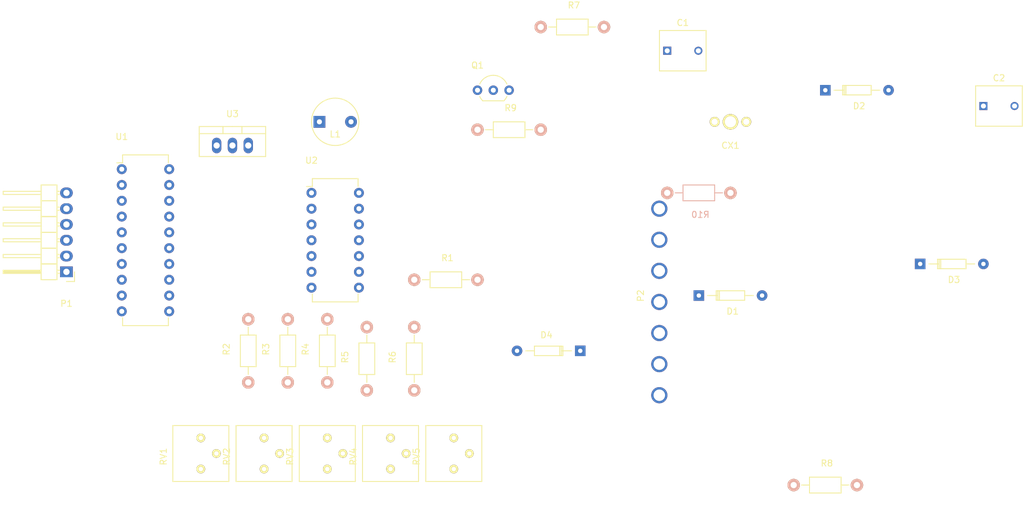
<source format=kicad_pcb>
(kicad_pcb (version 4) (host pcbnew 4.0.5+dfsg1-4)

  (general
    (links 63)
    (no_connects 63)
    (area 0 0 0 0)
    (thickness 1.6)
    (drawings 0)
    (tracks 0)
    (zones 0)
    (modules 29)
    (nets 43)
  )

  (page A4)
  (layers
    (0 F.Cu signal)
    (31 B.Cu signal)
    (32 B.Adhes user)
    (33 F.Adhes user)
    (34 B.Paste user)
    (35 F.Paste user)
    (36 B.SilkS user)
    (37 F.SilkS user)
    (38 B.Mask user)
    (39 F.Mask user)
    (40 Dwgs.User user)
    (41 Cmts.User user)
    (42 Eco1.User user)
    (43 Eco2.User user)
    (44 Edge.Cuts user)
    (45 Margin user)
    (46 B.CrtYd user)
    (47 F.CrtYd user)
    (48 B.Fab user)
    (49 F.Fab user)
  )

  (setup
    (last_trace_width 0.25)
    (trace_clearance 0.2)
    (zone_clearance 0.508)
    (zone_45_only no)
    (trace_min 0.2)
    (segment_width 0.2)
    (edge_width 0.15)
    (via_size 0.6)
    (via_drill 0.4)
    (via_min_size 0.4)
    (via_min_drill 0.3)
    (uvia_size 0.3)
    (uvia_drill 0.1)
    (uvias_allowed no)
    (uvia_min_size 0.2)
    (uvia_min_drill 0.1)
    (pcb_text_width 0.3)
    (pcb_text_size 1.5 1.5)
    (mod_edge_width 0.15)
    (mod_text_size 1 1)
    (mod_text_width 0.15)
    (pad_size 1.524 1.524)
    (pad_drill 0.762)
    (pad_to_mask_clearance 0.2)
    (aux_axis_origin 0 0)
    (visible_elements FFFFFF7F)
    (pcbplotparams
      (layerselection 0x00030_80000001)
      (usegerberextensions false)
      (excludeedgelayer true)
      (linewidth 0.100000)
      (plotframeref false)
      (viasonmask false)
      (mode 1)
      (useauxorigin false)
      (hpglpennumber 1)
      (hpglpenspeed 20)
      (hpglpendiameter 15)
      (hpglpenoverlay 2)
      (psnegative false)
      (psa4output false)
      (plotreference true)
      (plotvalue true)
      (plotinvisibletext false)
      (padsonsilk false)
      (subtractmaskfromsilk false)
      (outputformat 1)
      (mirror false)
      (drillshape 1)
      (scaleselection 1)
      (outputdirectory ""))
  )

  (net 0 "")
  (net 1 GND)
  (net 2 "Net-(C1-Pad2)")
  (net 3 "Net-(C2-Pad2)")
  (net 4 "Net-(CX1-Pad1)")
  (net 5 "Net-(D1-Pad2)")
  (net 6 "Net-(D1-Pad1)")
  (net 7 "Net-(D2-Pad2)")
  (net 8 "Net-(D3-Pad2)")
  (net 9 "Net-(D4-Pad2)")
  (net 10 "Net-(L1-Pad1)")
  (net 11 VCC)
  (net 12 "Net-(P1-Pad2)")
  (net 13 "Net-(P1-Pad3)")
  (net 14 "Net-(P1-Pad4)")
  (net 15 "Net-(P1-Pad5)")
  (net 16 "Net-(P1-Pad6)")
  (net 17 "Net-(P2-Pad3)")
  (net 18 "Net-(P2-Pad5)")
  (net 19 "Net-(P2-Pad6)")
  (net 20 "Net-(P2-Pad7)")
  (net 21 "Net-(Q1-Pad3)")
  (net 22 "Net-(Q1-Pad1)")
  (net 23 "Net-(R1-Pad1)")
  (net 24 "Net-(R2-Pad1)")
  (net 25 "Net-(R2-Pad2)")
  (net 26 "Net-(R3-Pad1)")
  (net 27 "Net-(R3-Pad2)")
  (net 28 "Net-(R4-Pad1)")
  (net 29 "Net-(R4-Pad2)")
  (net 30 "Net-(R5-Pad1)")
  (net 31 "Net-(R5-Pad2)")
  (net 32 "Net-(R6-Pad1)")
  (net 33 "Net-(R6-Pad2)")
  (net 34 "Net-(RV1-Pad3)")
  (net 35 "Net-(RV2-Pad3)")
  (net 36 "Net-(RV3-Pad3)")
  (net 37 "Net-(RV4-Pad3)")
  (net 38 "Net-(RV5-Pad3)")
  (net 39 "Net-(U1-Pad3)")
  (net 40 "Net-(U1-Pad5)")
  (net 41 "Net-(U1-Pad7)")
  (net 42 SYNC)

  (net_class Default "This is the default net class."
    (clearance 0.2)
    (trace_width 0.25)
    (via_dia 0.6)
    (via_drill 0.4)
    (uvia_dia 0.3)
    (uvia_drill 0.1)
    (add_net GND)
    (add_net "Net-(C1-Pad2)")
    (add_net "Net-(C2-Pad2)")
    (add_net "Net-(CX1-Pad1)")
    (add_net "Net-(D1-Pad1)")
    (add_net "Net-(D1-Pad2)")
    (add_net "Net-(D2-Pad2)")
    (add_net "Net-(D3-Pad2)")
    (add_net "Net-(D4-Pad2)")
    (add_net "Net-(L1-Pad1)")
    (add_net "Net-(P1-Pad2)")
    (add_net "Net-(P1-Pad3)")
    (add_net "Net-(P1-Pad4)")
    (add_net "Net-(P1-Pad5)")
    (add_net "Net-(P1-Pad6)")
    (add_net "Net-(P2-Pad3)")
    (add_net "Net-(P2-Pad5)")
    (add_net "Net-(P2-Pad6)")
    (add_net "Net-(P2-Pad7)")
    (add_net "Net-(Q1-Pad1)")
    (add_net "Net-(Q1-Pad3)")
    (add_net "Net-(R1-Pad1)")
    (add_net "Net-(R2-Pad1)")
    (add_net "Net-(R2-Pad2)")
    (add_net "Net-(R3-Pad1)")
    (add_net "Net-(R3-Pad2)")
    (add_net "Net-(R4-Pad1)")
    (add_net "Net-(R4-Pad2)")
    (add_net "Net-(R5-Pad1)")
    (add_net "Net-(R5-Pad2)")
    (add_net "Net-(R6-Pad1)")
    (add_net "Net-(R6-Pad2)")
    (add_net "Net-(RV1-Pad3)")
    (add_net "Net-(RV2-Pad3)")
    (add_net "Net-(RV3-Pad3)")
    (add_net "Net-(RV4-Pad3)")
    (add_net "Net-(RV5-Pad3)")
    (add_net "Net-(U1-Pad3)")
    (add_net "Net-(U1-Pad5)")
    (add_net "Net-(U1-Pad7)")
    (add_net SYNC)
    (add_net VCC)
  )

  (module Capacitors_ThroughHole:C_Rect_L7.5_W6.5_P5 (layer F.Cu) (tedit 0) (tstamp 58F52E80)
    (at 187.96 76.2)
    (descr "Film Capacitor Length 7.5mm x Width 6.5mm, Pitch 5mm")
    (tags Capacitor)
    (path /58F2940C)
    (fp_text reference C1 (at 2.5 -4.5) (layer F.SilkS)
      (effects (font (size 1 1) (thickness 0.15)))
    )
    (fp_text value 10nF (at 2.5 4.5) (layer F.Fab)
      (effects (font (size 1 1) (thickness 0.15)))
    )
    (fp_line (start -1.5 -3.5) (end 6.5 -3.5) (layer F.CrtYd) (width 0.05))
    (fp_line (start 6.5 -3.5) (end 6.5 3.5) (layer F.CrtYd) (width 0.05))
    (fp_line (start 6.5 3.5) (end -1.5 3.5) (layer F.CrtYd) (width 0.05))
    (fp_line (start -1.5 3.5) (end -1.5 -3.5) (layer F.CrtYd) (width 0.05))
    (fp_line (start -1.25 -3.25) (end 6.25 -3.25) (layer F.SilkS) (width 0.15))
    (fp_line (start 6.25 -3.25) (end 6.25 3.25) (layer F.SilkS) (width 0.15))
    (fp_line (start 6.25 3.25) (end -1.25 3.25) (layer F.SilkS) (width 0.15))
    (fp_line (start -1.25 3.25) (end -1.25 -3.25) (layer F.SilkS) (width 0.15))
    (pad 1 thru_hole rect (at 0 0) (size 1.3 1.3) (drill 0.8) (layers *.Cu *.Mask)
      (net 1 GND))
    (pad 2 thru_hole circle (at 5 0) (size 1.3 1.3) (drill 0.8) (layers *.Cu *.Mask)
      (net 2 "Net-(C1-Pad2)"))
  )

  (module Capacitors_ThroughHole:C_Rect_L7.5_W6.5_P5 (layer F.Cu) (tedit 0) (tstamp 58F52E86)
    (at 238.76 85.09)
    (descr "Film Capacitor Length 7.5mm x Width 6.5mm, Pitch 5mm")
    (tags Capacitor)
    (path /58F29076)
    (fp_text reference C2 (at 2.5 -4.5) (layer F.SilkS)
      (effects (font (size 1 1) (thickness 0.15)))
    )
    (fp_text value 100nF (at 2.5 4.5) (layer F.Fab)
      (effects (font (size 1 1) (thickness 0.15)))
    )
    (fp_line (start -1.5 -3.5) (end 6.5 -3.5) (layer F.CrtYd) (width 0.05))
    (fp_line (start 6.5 -3.5) (end 6.5 3.5) (layer F.CrtYd) (width 0.05))
    (fp_line (start 6.5 3.5) (end -1.5 3.5) (layer F.CrtYd) (width 0.05))
    (fp_line (start -1.5 3.5) (end -1.5 -3.5) (layer F.CrtYd) (width 0.05))
    (fp_line (start -1.25 -3.25) (end 6.25 -3.25) (layer F.SilkS) (width 0.15))
    (fp_line (start 6.25 -3.25) (end 6.25 3.25) (layer F.SilkS) (width 0.15))
    (fp_line (start 6.25 3.25) (end -1.25 3.25) (layer F.SilkS) (width 0.15))
    (fp_line (start -1.25 3.25) (end -1.25 -3.25) (layer F.SilkS) (width 0.15))
    (pad 1 thru_hole rect (at 0 0) (size 1.3 1.3) (drill 0.8) (layers *.Cu *.Mask)
      (net 1 GND))
    (pad 2 thru_hole circle (at 5 0) (size 1.3 1.3) (drill 0.8) (layers *.Cu *.Mask)
      (net 3 "Net-(C2-Pad2)"))
  )

  (module local:COAX-SHLD (layer F.Cu) (tedit 58F2DA40) (tstamp 58F52E8D)
    (at 198.12 91.44)
    (path /58F28BCD)
    (fp_text reference CX1 (at 0 0) (layer F.SilkS)
      (effects (font (size 1 1) (thickness 0.15)))
    )
    (fp_text value COAX (at 0 -1.27) (layer F.Fab)
      (effects (font (size 1 1) (thickness 0.15)))
    )
    (pad 1 thru_hole circle (at 0 -3.81) (size 2.5 2.5) (drill 1.8) (layers *.Cu *.Mask F.SilkS)
      (net 4 "Net-(CX1-Pad1)"))
    (pad 2 thru_hole circle (at 2.54 -3.81) (size 1.6 1.6) (drill 1) (layers *.Cu *.Mask F.SilkS)
      (net 1 GND))
    (pad 3 thru_hole circle (at -2.54 -3.81) (size 1.6 1.6) (drill 1) (layers *.Cu *.Mask F.SilkS)
      (net 1 GND))
  )

  (module Diodes_ThroughHole:Diode_DO-35_SOD27_Horizontal_RM10 (layer F.Cu) (tedit 552FFC30) (tstamp 58F52E93)
    (at 193.04 115.57)
    (descr "Diode, DO-35,  SOD27, Horizontal, RM 10mm")
    (tags "Diode, DO-35, SOD27, Horizontal, RM 10mm, 1N4148,")
    (path /58F238B0)
    (fp_text reference D1 (at 5.43052 2.53746) (layer F.SilkS)
      (effects (font (size 1 1) (thickness 0.15)))
    )
    (fp_text value 1N4148 (at 4.41452 -3.55854) (layer F.Fab)
      (effects (font (size 1 1) (thickness 0.15)))
    )
    (fp_line (start 7.36652 -0.00254) (end 8.76352 -0.00254) (layer F.SilkS) (width 0.15))
    (fp_line (start 2.92152 -0.00254) (end 1.39752 -0.00254) (layer F.SilkS) (width 0.15))
    (fp_line (start 3.30252 -0.76454) (end 3.30252 0.75946) (layer F.SilkS) (width 0.15))
    (fp_line (start 3.04852 -0.76454) (end 3.04852 0.75946) (layer F.SilkS) (width 0.15))
    (fp_line (start 2.79452 -0.00254) (end 2.79452 0.75946) (layer F.SilkS) (width 0.15))
    (fp_line (start 2.79452 0.75946) (end 7.36652 0.75946) (layer F.SilkS) (width 0.15))
    (fp_line (start 7.36652 0.75946) (end 7.36652 -0.76454) (layer F.SilkS) (width 0.15))
    (fp_line (start 7.36652 -0.76454) (end 2.79452 -0.76454) (layer F.SilkS) (width 0.15))
    (fp_line (start 2.79452 -0.76454) (end 2.79452 -0.00254) (layer F.SilkS) (width 0.15))
    (pad 2 thru_hole circle (at 10.16052 -0.00254 180) (size 1.69926 1.69926) (drill 0.70104) (layers *.Cu *.Mask)
      (net 5 "Net-(D1-Pad2)"))
    (pad 1 thru_hole rect (at 0.00052 -0.00254 180) (size 1.69926 1.69926) (drill 0.70104) (layers *.Cu *.Mask)
      (net 6 "Net-(D1-Pad1)"))
    (model Diodes_ThroughHole.3dshapes/Diode_DO-35_SOD27_Horizontal_RM10.wrl
      (at (xyz 0.2 0 0))
      (scale (xyz 0.4 0.4 0.4))
      (rotate (xyz 0 0 180))
    )
  )

  (module Diodes_ThroughHole:Diode_DO-35_SOD27_Horizontal_RM10 (layer F.Cu) (tedit 552FFC30) (tstamp 58F52E99)
    (at 213.36 82.55)
    (descr "Diode, DO-35,  SOD27, Horizontal, RM 10mm")
    (tags "Diode, DO-35, SOD27, Horizontal, RM 10mm, 1N4148,")
    (path /58F2386F)
    (fp_text reference D2 (at 5.43052 2.53746) (layer F.SilkS)
      (effects (font (size 1 1) (thickness 0.15)))
    )
    (fp_text value 1N4148 (at 4.41452 -3.55854) (layer F.Fab)
      (effects (font (size 1 1) (thickness 0.15)))
    )
    (fp_line (start 7.36652 -0.00254) (end 8.76352 -0.00254) (layer F.SilkS) (width 0.15))
    (fp_line (start 2.92152 -0.00254) (end 1.39752 -0.00254) (layer F.SilkS) (width 0.15))
    (fp_line (start 3.30252 -0.76454) (end 3.30252 0.75946) (layer F.SilkS) (width 0.15))
    (fp_line (start 3.04852 -0.76454) (end 3.04852 0.75946) (layer F.SilkS) (width 0.15))
    (fp_line (start 2.79452 -0.00254) (end 2.79452 0.75946) (layer F.SilkS) (width 0.15))
    (fp_line (start 2.79452 0.75946) (end 7.36652 0.75946) (layer F.SilkS) (width 0.15))
    (fp_line (start 7.36652 0.75946) (end 7.36652 -0.76454) (layer F.SilkS) (width 0.15))
    (fp_line (start 7.36652 -0.76454) (end 2.79452 -0.76454) (layer F.SilkS) (width 0.15))
    (fp_line (start 2.79452 -0.76454) (end 2.79452 -0.00254) (layer F.SilkS) (width 0.15))
    (pad 2 thru_hole circle (at 10.16052 -0.00254 180) (size 1.69926 1.69926) (drill 0.70104) (layers *.Cu *.Mask)
      (net 7 "Net-(D2-Pad2)"))
    (pad 1 thru_hole rect (at 0.00052 -0.00254 180) (size 1.69926 1.69926) (drill 0.70104) (layers *.Cu *.Mask)
      (net 6 "Net-(D1-Pad1)"))
    (model Diodes_ThroughHole.3dshapes/Diode_DO-35_SOD27_Horizontal_RM10.wrl
      (at (xyz 0.2 0 0))
      (scale (xyz 0.4 0.4 0.4))
      (rotate (xyz 0 0 180))
    )
  )

  (module Diodes_ThroughHole:Diode_DO-35_SOD27_Horizontal_RM10 (layer F.Cu) (tedit 552FFC30) (tstamp 58F52E9F)
    (at 228.6 110.49)
    (descr "Diode, DO-35,  SOD27, Horizontal, RM 10mm")
    (tags "Diode, DO-35, SOD27, Horizontal, RM 10mm, 1N4148,")
    (path /58F23831)
    (fp_text reference D3 (at 5.43052 2.53746) (layer F.SilkS)
      (effects (font (size 1 1) (thickness 0.15)))
    )
    (fp_text value 1N4148 (at 4.41452 -3.55854) (layer F.Fab)
      (effects (font (size 1 1) (thickness 0.15)))
    )
    (fp_line (start 7.36652 -0.00254) (end 8.76352 -0.00254) (layer F.SilkS) (width 0.15))
    (fp_line (start 2.92152 -0.00254) (end 1.39752 -0.00254) (layer F.SilkS) (width 0.15))
    (fp_line (start 3.30252 -0.76454) (end 3.30252 0.75946) (layer F.SilkS) (width 0.15))
    (fp_line (start 3.04852 -0.76454) (end 3.04852 0.75946) (layer F.SilkS) (width 0.15))
    (fp_line (start 2.79452 -0.00254) (end 2.79452 0.75946) (layer F.SilkS) (width 0.15))
    (fp_line (start 2.79452 0.75946) (end 7.36652 0.75946) (layer F.SilkS) (width 0.15))
    (fp_line (start 7.36652 0.75946) (end 7.36652 -0.76454) (layer F.SilkS) (width 0.15))
    (fp_line (start 7.36652 -0.76454) (end 2.79452 -0.76454) (layer F.SilkS) (width 0.15))
    (fp_line (start 2.79452 -0.76454) (end 2.79452 -0.00254) (layer F.SilkS) (width 0.15))
    (pad 2 thru_hole circle (at 10.16052 -0.00254 180) (size 1.69926 1.69926) (drill 0.70104) (layers *.Cu *.Mask)
      (net 8 "Net-(D3-Pad2)"))
    (pad 1 thru_hole rect (at 0.00052 -0.00254 180) (size 1.69926 1.69926) (drill 0.70104) (layers *.Cu *.Mask)
      (net 6 "Net-(D1-Pad1)"))
    (model Diodes_ThroughHole.3dshapes/Diode_DO-35_SOD27_Horizontal_RM10.wrl
      (at (xyz 0.2 0 0))
      (scale (xyz 0.4 0.4 0.4))
      (rotate (xyz 0 0 180))
    )
  )

  (module Diodes_ThroughHole:Diode_DO-35_SOD27_Horizontal_RM10 (layer F.Cu) (tedit 552FFC30) (tstamp 58F52EA5)
    (at 173.99 124.46 180)
    (descr "Diode, DO-35,  SOD27, Horizontal, RM 10mm")
    (tags "Diode, DO-35, SOD27, Horizontal, RM 10mm, 1N4148,")
    (path /58F237A3)
    (fp_text reference D4 (at 5.43052 2.53746 180) (layer F.SilkS)
      (effects (font (size 1 1) (thickness 0.15)))
    )
    (fp_text value 1N4148 (at 4.41452 -3.55854 180) (layer F.Fab)
      (effects (font (size 1 1) (thickness 0.15)))
    )
    (fp_line (start 7.36652 -0.00254) (end 8.76352 -0.00254) (layer F.SilkS) (width 0.15))
    (fp_line (start 2.92152 -0.00254) (end 1.39752 -0.00254) (layer F.SilkS) (width 0.15))
    (fp_line (start 3.30252 -0.76454) (end 3.30252 0.75946) (layer F.SilkS) (width 0.15))
    (fp_line (start 3.04852 -0.76454) (end 3.04852 0.75946) (layer F.SilkS) (width 0.15))
    (fp_line (start 2.79452 -0.00254) (end 2.79452 0.75946) (layer F.SilkS) (width 0.15))
    (fp_line (start 2.79452 0.75946) (end 7.36652 0.75946) (layer F.SilkS) (width 0.15))
    (fp_line (start 7.36652 0.75946) (end 7.36652 -0.76454) (layer F.SilkS) (width 0.15))
    (fp_line (start 7.36652 -0.76454) (end 2.79452 -0.76454) (layer F.SilkS) (width 0.15))
    (fp_line (start 2.79452 -0.76454) (end 2.79452 -0.00254) (layer F.SilkS) (width 0.15))
    (pad 2 thru_hole circle (at 10.16052 -0.00254) (size 1.69926 1.69926) (drill 0.70104) (layers *.Cu *.Mask)
      (net 9 "Net-(D4-Pad2)"))
    (pad 1 thru_hole rect (at 0.00052 -0.00254) (size 1.69926 1.69926) (drill 0.70104) (layers *.Cu *.Mask)
      (net 6 "Net-(D1-Pad1)"))
    (model Diodes_ThroughHole.3dshapes/Diode_DO-35_SOD27_Horizontal_RM10.wrl
      (at (xyz 0.2 0 0))
      (scale (xyz 0.4 0.4 0.4))
      (rotate (xyz 0 0 180))
    )
  )

  (module Inductors:INDUCTOR_V (layer F.Cu) (tedit 0) (tstamp 58F52EAB)
    (at 134.62 87.63)
    (descr "Inductor (vertical)")
    (tags INDUCTOR)
    (path /58F29228)
    (fp_text reference L1 (at 0 1.99898) (layer F.SilkS)
      (effects (font (size 1 1) (thickness 0.15)))
    )
    (fp_text value 20uH (at 0.09906 -1.99898) (layer F.Fab)
      (effects (font (size 1 1) (thickness 0.15)))
    )
    (fp_circle (center 0 0) (end 3.81 0) (layer F.SilkS) (width 0.15))
    (pad 1 thru_hole rect (at -2.54 0) (size 1.905 1.905) (drill 0.8128) (layers *.Cu *.Mask)
      (net 10 "Net-(L1-Pad1)"))
    (pad 2 thru_hole circle (at 2.54 0) (size 1.905 1.905) (drill 0.8128) (layers *.Cu *.Mask)
      (net 11 VCC))
    (model Inductors.3dshapes/INDUCTOR_V.wrl
      (at (xyz 0 0 0))
      (scale (xyz 2 2 2))
      (rotate (xyz 0 0 0))
    )
  )

  (module Pin_Headers:Pin_Header_Angled_1x06 (layer F.Cu) (tedit 0) (tstamp 58F52EB5)
    (at 91.44 111.76 180)
    (descr "Through hole pin header")
    (tags "pin header")
    (path /58F23AA2)
    (fp_text reference P1 (at 0 -5.1 180) (layer F.SilkS)
      (effects (font (size 1 1) (thickness 0.15)))
    )
    (fp_text value CONN_01X06 (at 0 -3.1 180) (layer F.Fab)
      (effects (font (size 1 1) (thickness 0.15)))
    )
    (fp_line (start -1.5 -1.75) (end -1.5 14.45) (layer F.CrtYd) (width 0.05))
    (fp_line (start 10.65 -1.75) (end 10.65 14.45) (layer F.CrtYd) (width 0.05))
    (fp_line (start -1.5 -1.75) (end 10.65 -1.75) (layer F.CrtYd) (width 0.05))
    (fp_line (start -1.5 14.45) (end 10.65 14.45) (layer F.CrtYd) (width 0.05))
    (fp_line (start -1.3 -1.55) (end -1.3 0) (layer F.SilkS) (width 0.15))
    (fp_line (start 0 -1.55) (end -1.3 -1.55) (layer F.SilkS) (width 0.15))
    (fp_line (start 4.191 -0.127) (end 10.033 -0.127) (layer F.SilkS) (width 0.15))
    (fp_line (start 10.033 -0.127) (end 10.033 0.127) (layer F.SilkS) (width 0.15))
    (fp_line (start 10.033 0.127) (end 4.191 0.127) (layer F.SilkS) (width 0.15))
    (fp_line (start 4.191 0.127) (end 4.191 0) (layer F.SilkS) (width 0.15))
    (fp_line (start 4.191 0) (end 10.033 0) (layer F.SilkS) (width 0.15))
    (fp_line (start 1.524 -0.254) (end 1.143 -0.254) (layer F.SilkS) (width 0.15))
    (fp_line (start 1.524 0.254) (end 1.143 0.254) (layer F.SilkS) (width 0.15))
    (fp_line (start 1.524 2.286) (end 1.143 2.286) (layer F.SilkS) (width 0.15))
    (fp_line (start 1.524 2.794) (end 1.143 2.794) (layer F.SilkS) (width 0.15))
    (fp_line (start 1.524 4.826) (end 1.143 4.826) (layer F.SilkS) (width 0.15))
    (fp_line (start 1.524 5.334) (end 1.143 5.334) (layer F.SilkS) (width 0.15))
    (fp_line (start 1.524 12.954) (end 1.143 12.954) (layer F.SilkS) (width 0.15))
    (fp_line (start 1.524 12.446) (end 1.143 12.446) (layer F.SilkS) (width 0.15))
    (fp_line (start 1.524 10.414) (end 1.143 10.414) (layer F.SilkS) (width 0.15))
    (fp_line (start 1.524 9.906) (end 1.143 9.906) (layer F.SilkS) (width 0.15))
    (fp_line (start 1.524 7.874) (end 1.143 7.874) (layer F.SilkS) (width 0.15))
    (fp_line (start 1.524 7.366) (end 1.143 7.366) (layer F.SilkS) (width 0.15))
    (fp_line (start 1.524 -1.27) (end 4.064 -1.27) (layer F.SilkS) (width 0.15))
    (fp_line (start 1.524 1.27) (end 4.064 1.27) (layer F.SilkS) (width 0.15))
    (fp_line (start 1.524 1.27) (end 1.524 3.81) (layer F.SilkS) (width 0.15))
    (fp_line (start 1.524 3.81) (end 4.064 3.81) (layer F.SilkS) (width 0.15))
    (fp_line (start 4.064 2.286) (end 10.16 2.286) (layer F.SilkS) (width 0.15))
    (fp_line (start 10.16 2.286) (end 10.16 2.794) (layer F.SilkS) (width 0.15))
    (fp_line (start 10.16 2.794) (end 4.064 2.794) (layer F.SilkS) (width 0.15))
    (fp_line (start 4.064 3.81) (end 4.064 1.27) (layer F.SilkS) (width 0.15))
    (fp_line (start 4.064 1.27) (end 4.064 -1.27) (layer F.SilkS) (width 0.15))
    (fp_line (start 10.16 0.254) (end 4.064 0.254) (layer F.SilkS) (width 0.15))
    (fp_line (start 10.16 -0.254) (end 10.16 0.254) (layer F.SilkS) (width 0.15))
    (fp_line (start 4.064 -0.254) (end 10.16 -0.254) (layer F.SilkS) (width 0.15))
    (fp_line (start 1.524 1.27) (end 4.064 1.27) (layer F.SilkS) (width 0.15))
    (fp_line (start 1.524 -1.27) (end 1.524 1.27) (layer F.SilkS) (width 0.15))
    (fp_line (start 1.524 8.89) (end 4.064 8.89) (layer F.SilkS) (width 0.15))
    (fp_line (start 1.524 8.89) (end 1.524 11.43) (layer F.SilkS) (width 0.15))
    (fp_line (start 1.524 11.43) (end 4.064 11.43) (layer F.SilkS) (width 0.15))
    (fp_line (start 4.064 9.906) (end 10.16 9.906) (layer F.SilkS) (width 0.15))
    (fp_line (start 10.16 9.906) (end 10.16 10.414) (layer F.SilkS) (width 0.15))
    (fp_line (start 10.16 10.414) (end 4.064 10.414) (layer F.SilkS) (width 0.15))
    (fp_line (start 4.064 11.43) (end 4.064 8.89) (layer F.SilkS) (width 0.15))
    (fp_line (start 4.064 13.97) (end 4.064 11.43) (layer F.SilkS) (width 0.15))
    (fp_line (start 10.16 12.954) (end 4.064 12.954) (layer F.SilkS) (width 0.15))
    (fp_line (start 10.16 12.446) (end 10.16 12.954) (layer F.SilkS) (width 0.15))
    (fp_line (start 4.064 12.446) (end 10.16 12.446) (layer F.SilkS) (width 0.15))
    (fp_line (start 1.524 13.97) (end 4.064 13.97) (layer F.SilkS) (width 0.15))
    (fp_line (start 1.524 11.43) (end 1.524 13.97) (layer F.SilkS) (width 0.15))
    (fp_line (start 1.524 11.43) (end 4.064 11.43) (layer F.SilkS) (width 0.15))
    (fp_line (start 1.524 6.35) (end 4.064 6.35) (layer F.SilkS) (width 0.15))
    (fp_line (start 1.524 6.35) (end 1.524 8.89) (layer F.SilkS) (width 0.15))
    (fp_line (start 1.524 8.89) (end 4.064 8.89) (layer F.SilkS) (width 0.15))
    (fp_line (start 4.064 7.366) (end 10.16 7.366) (layer F.SilkS) (width 0.15))
    (fp_line (start 10.16 7.366) (end 10.16 7.874) (layer F.SilkS) (width 0.15))
    (fp_line (start 10.16 7.874) (end 4.064 7.874) (layer F.SilkS) (width 0.15))
    (fp_line (start 4.064 8.89) (end 4.064 6.35) (layer F.SilkS) (width 0.15))
    (fp_line (start 4.064 6.35) (end 4.064 3.81) (layer F.SilkS) (width 0.15))
    (fp_line (start 10.16 5.334) (end 4.064 5.334) (layer F.SilkS) (width 0.15))
    (fp_line (start 10.16 4.826) (end 10.16 5.334) (layer F.SilkS) (width 0.15))
    (fp_line (start 4.064 4.826) (end 10.16 4.826) (layer F.SilkS) (width 0.15))
    (fp_line (start 1.524 6.35) (end 4.064 6.35) (layer F.SilkS) (width 0.15))
    (fp_line (start 1.524 3.81) (end 1.524 6.35) (layer F.SilkS) (width 0.15))
    (fp_line (start 1.524 3.81) (end 4.064 3.81) (layer F.SilkS) (width 0.15))
    (pad 1 thru_hole rect (at 0 0 180) (size 2.032 1.7272) (drill 1.016) (layers *.Cu *.Mask)
      (net 1 GND))
    (pad 2 thru_hole oval (at 0 2.54 180) (size 2.032 1.7272) (drill 1.016) (layers *.Cu *.Mask)
      (net 12 "Net-(P1-Pad2)"))
    (pad 3 thru_hole oval (at 0 5.08 180) (size 2.032 1.7272) (drill 1.016) (layers *.Cu *.Mask)
      (net 13 "Net-(P1-Pad3)"))
    (pad 4 thru_hole oval (at 0 7.62 180) (size 2.032 1.7272) (drill 1.016) (layers *.Cu *.Mask)
      (net 14 "Net-(P1-Pad4)"))
    (pad 5 thru_hole oval (at 0 10.16 180) (size 2.032 1.7272) (drill 1.016) (layers *.Cu *.Mask)
      (net 15 "Net-(P1-Pad5)"))
    (pad 6 thru_hole oval (at 0 12.7 180) (size 2.032 1.7272) (drill 1.016) (layers *.Cu *.Mask)
      (net 16 "Net-(P1-Pad6)"))
    (model Pin_Headers.3dshapes/Pin_Header_Angled_1x06.wrl
      (at (xyz 0 -0.25 0))
      (scale (xyz 1 1 1))
      (rotate (xyz 0 0 90))
    )
  )

  (module local:CONN-1x7-5mm-pitch (layer F.Cu) (tedit 58F511CA) (tstamp 58F52EC0)
    (at 186.69 101.6 270)
    (path /58F232A1)
    (fp_text reference P2 (at 14 3 270) (layer F.SilkS)
      (effects (font (size 1 1) (thickness 0.15)))
    )
    (fp_text value CONN_01X07 (at 14 5 270) (layer F.Fab)
      (effects (font (size 1 1) (thickness 0.15)))
    )
    (pad 1 thru_hole circle (at 0 0 270) (size 2.6 2.6) (drill 1.85) (layers *.Cu *.Mask)
      (net 3 "Net-(C2-Pad2)"))
    (pad 2 thru_hole circle (at 5 0 270) (size 2.6 2.6) (drill 1.85) (layers *.Cu *.Mask)
      (net 2 "Net-(C1-Pad2)"))
    (pad 3 thru_hole circle (at 10 0 270) (size 2.6 2.6) (drill 1.85) (layers *.Cu *.Mask)
      (net 17 "Net-(P2-Pad3)"))
    (pad 4 thru_hole circle (at 15 0 270) (size 2.6 2.6) (drill 1.85) (layers *.Cu *.Mask)
      (net 1 GND))
    (pad 5 thru_hole circle (at 20 0 270) (size 2.6 2.6) (drill 1.85) (layers *.Cu *.Mask)
      (net 18 "Net-(P2-Pad5)"))
    (pad 6 thru_hole circle (at 25 0 270) (size 2.6 2.6) (drill 1.85) (layers *.Cu *.Mask)
      (net 19 "Net-(P2-Pad6)"))
    (pad 7 thru_hole circle (at 30 0 270) (size 2.6 2.6) (drill 1.85) (layers *.Cu *.Mask)
      (net 20 "Net-(P2-Pad7)"))
  )

  (module TO_SOT_Packages_THT:TO-92_Inline_Wide (layer F.Cu) (tedit 54F242B4) (tstamp 58F52EC7)
    (at 157.48 82.55)
    (descr "TO-92 leads in-line, wide, drill 0.8mm (see NXP sot054_po.pdf)")
    (tags "to-92 sc-43 sc-43a sot54 PA33 transistor")
    (path /58F28961)
    (fp_text reference Q1 (at 0 -4 180) (layer F.SilkS)
      (effects (font (size 1 1) (thickness 0.15)))
    )
    (fp_text value C5468 (at 0 3) (layer F.Fab)
      (effects (font (size 1 1) (thickness 0.15)))
    )
    (fp_arc (start 2.54 0) (end 0.84 1.7) (angle 20.5) (layer F.SilkS) (width 0.15))
    (fp_arc (start 2.54 0) (end 4.24 1.7) (angle -20.5) (layer F.SilkS) (width 0.15))
    (fp_line (start -1 1.95) (end -1 -2.65) (layer F.CrtYd) (width 0.05))
    (fp_line (start -1 1.95) (end 6.1 1.95) (layer F.CrtYd) (width 0.05))
    (fp_line (start 0.84 1.7) (end 4.24 1.7) (layer F.SilkS) (width 0.15))
    (fp_arc (start 2.54 0) (end 2.54 -2.4) (angle -65.55604127) (layer F.SilkS) (width 0.15))
    (fp_arc (start 2.54 0) (end 2.54 -2.4) (angle 65.55604127) (layer F.SilkS) (width 0.15))
    (fp_line (start -1 -2.65) (end 6.1 -2.65) (layer F.CrtYd) (width 0.05))
    (fp_line (start 6.1 1.95) (end 6.1 -2.65) (layer F.CrtYd) (width 0.05))
    (pad 2 thru_hole circle (at 2.54 0 90) (size 1.524 1.524) (drill 0.8) (layers *.Cu *.Mask)
      (net 10 "Net-(L1-Pad1)"))
    (pad 3 thru_hole circle (at 5.08 0 90) (size 1.524 1.524) (drill 0.8) (layers *.Cu *.Mask)
      (net 21 "Net-(Q1-Pad3)"))
    (pad 1 thru_hole circle (at 0 0 90) (size 1.524 1.524) (drill 0.8) (layers *.Cu *.Mask)
      (net 22 "Net-(Q1-Pad1)"))
    (model TO_SOT_Packages_THT.3dshapes/TO-92_Inline_Wide.wrl
      (at (xyz 0.1 0 0))
      (scale (xyz 1 1 1))
      (rotate (xyz 0 0 -90))
    )
  )

  (module Resistors_ThroughHole:Resistor_Horizontal_RM10mm (layer F.Cu) (tedit 56648415) (tstamp 58F52ECD)
    (at 147.32 113.03)
    (descr "Resistor, Axial,  RM 10mm, 1/3W")
    (tags "Resistor Axial RM 10mm 1/3W")
    (path /58F287FA)
    (fp_text reference R1 (at 5.32892 -3.50012) (layer F.SilkS)
      (effects (font (size 1 1) (thickness 0.15)))
    )
    (fp_text value 680 (at 5.08 3.81) (layer F.Fab)
      (effects (font (size 1 1) (thickness 0.15)))
    )
    (fp_line (start -1.25 -1.5) (end 11.4 -1.5) (layer F.CrtYd) (width 0.05))
    (fp_line (start -1.25 1.5) (end -1.25 -1.5) (layer F.CrtYd) (width 0.05))
    (fp_line (start 11.4 -1.5) (end 11.4 1.5) (layer F.CrtYd) (width 0.05))
    (fp_line (start -1.25 1.5) (end 11.4 1.5) (layer F.CrtYd) (width 0.05))
    (fp_line (start 2.54 -1.27) (end 7.62 -1.27) (layer F.SilkS) (width 0.15))
    (fp_line (start 7.62 -1.27) (end 7.62 1.27) (layer F.SilkS) (width 0.15))
    (fp_line (start 7.62 1.27) (end 2.54 1.27) (layer F.SilkS) (width 0.15))
    (fp_line (start 2.54 1.27) (end 2.54 -1.27) (layer F.SilkS) (width 0.15))
    (fp_line (start 2.54 0) (end 1.27 0) (layer F.SilkS) (width 0.15))
    (fp_line (start 7.62 0) (end 8.89 0) (layer F.SilkS) (width 0.15))
    (pad 1 thru_hole circle (at 0 0) (size 1.99898 1.99898) (drill 1.00076) (layers *.Cu *.SilkS *.Mask)
      (net 23 "Net-(R1-Pad1)"))
    (pad 2 thru_hole circle (at 10.16 0) (size 1.99898 1.99898) (drill 1.00076) (layers *.Cu *.SilkS *.Mask)
      (net 6 "Net-(D1-Pad1)"))
    (model Resistors_ThroughHole.3dshapes/Resistor_Horizontal_RM10mm.wrl
      (at (xyz 0.2 0 0))
      (scale (xyz 0.4 0.4 0.4))
      (rotate (xyz 0 0 0))
    )
  )

  (module Resistors_ThroughHole:Resistor_Horizontal_RM10mm (layer F.Cu) (tedit 56648415) (tstamp 58F52ED3)
    (at 120.65 129.54 90)
    (descr "Resistor, Axial,  RM 10mm, 1/3W")
    (tags "Resistor Axial RM 10mm 1/3W")
    (path /58F2A2D5)
    (fp_text reference R2 (at 5.32892 -3.50012 90) (layer F.SilkS)
      (effects (font (size 1 1) (thickness 0.15)))
    )
    (fp_text value 4K (at 5.08 3.81 90) (layer F.Fab)
      (effects (font (size 1 1) (thickness 0.15)))
    )
    (fp_line (start -1.25 -1.5) (end 11.4 -1.5) (layer F.CrtYd) (width 0.05))
    (fp_line (start -1.25 1.5) (end -1.25 -1.5) (layer F.CrtYd) (width 0.05))
    (fp_line (start 11.4 -1.5) (end 11.4 1.5) (layer F.CrtYd) (width 0.05))
    (fp_line (start -1.25 1.5) (end 11.4 1.5) (layer F.CrtYd) (width 0.05))
    (fp_line (start 2.54 -1.27) (end 7.62 -1.27) (layer F.SilkS) (width 0.15))
    (fp_line (start 7.62 -1.27) (end 7.62 1.27) (layer F.SilkS) (width 0.15))
    (fp_line (start 7.62 1.27) (end 2.54 1.27) (layer F.SilkS) (width 0.15))
    (fp_line (start 2.54 1.27) (end 2.54 -1.27) (layer F.SilkS) (width 0.15))
    (fp_line (start 2.54 0) (end 1.27 0) (layer F.SilkS) (width 0.15))
    (fp_line (start 7.62 0) (end 8.89 0) (layer F.SilkS) (width 0.15))
    (pad 1 thru_hole circle (at 0 0 90) (size 1.99898 1.99898) (drill 1.00076) (layers *.Cu *.SilkS *.Mask)
      (net 24 "Net-(R2-Pad1)"))
    (pad 2 thru_hole circle (at 10.16 0 90) (size 1.99898 1.99898) (drill 1.00076) (layers *.Cu *.SilkS *.Mask)
      (net 25 "Net-(R2-Pad2)"))
    (model Resistors_ThroughHole.3dshapes/Resistor_Horizontal_RM10mm.wrl
      (at (xyz 0.2 0 0))
      (scale (xyz 0.4 0.4 0.4))
      (rotate (xyz 0 0 0))
    )
  )

  (module Resistors_ThroughHole:Resistor_Horizontal_RM10mm (layer F.Cu) (tedit 56648415) (tstamp 58F52ED9)
    (at 127 129.54 90)
    (descr "Resistor, Axial,  RM 10mm, 1/3W")
    (tags "Resistor Axial RM 10mm 1/3W")
    (path /58F2A278)
    (fp_text reference R3 (at 5.32892 -3.50012 90) (layer F.SilkS)
      (effects (font (size 1 1) (thickness 0.15)))
    )
    (fp_text value 1.8K (at 5.08 3.81 90) (layer F.Fab)
      (effects (font (size 1 1) (thickness 0.15)))
    )
    (fp_line (start -1.25 -1.5) (end 11.4 -1.5) (layer F.CrtYd) (width 0.05))
    (fp_line (start -1.25 1.5) (end -1.25 -1.5) (layer F.CrtYd) (width 0.05))
    (fp_line (start 11.4 -1.5) (end 11.4 1.5) (layer F.CrtYd) (width 0.05))
    (fp_line (start -1.25 1.5) (end 11.4 1.5) (layer F.CrtYd) (width 0.05))
    (fp_line (start 2.54 -1.27) (end 7.62 -1.27) (layer F.SilkS) (width 0.15))
    (fp_line (start 7.62 -1.27) (end 7.62 1.27) (layer F.SilkS) (width 0.15))
    (fp_line (start 7.62 1.27) (end 2.54 1.27) (layer F.SilkS) (width 0.15))
    (fp_line (start 2.54 1.27) (end 2.54 -1.27) (layer F.SilkS) (width 0.15))
    (fp_line (start 2.54 0) (end 1.27 0) (layer F.SilkS) (width 0.15))
    (fp_line (start 7.62 0) (end 8.89 0) (layer F.SilkS) (width 0.15))
    (pad 1 thru_hole circle (at 0 0 90) (size 1.99898 1.99898) (drill 1.00076) (layers *.Cu *.SilkS *.Mask)
      (net 26 "Net-(R3-Pad1)"))
    (pad 2 thru_hole circle (at 10.16 0 90) (size 1.99898 1.99898) (drill 1.00076) (layers *.Cu *.SilkS *.Mask)
      (net 27 "Net-(R3-Pad2)"))
    (model Resistors_ThroughHole.3dshapes/Resistor_Horizontal_RM10mm.wrl
      (at (xyz 0.2 0 0))
      (scale (xyz 0.4 0.4 0.4))
      (rotate (xyz 0 0 0))
    )
  )

  (module Resistors_ThroughHole:Resistor_Horizontal_RM10mm (layer F.Cu) (tedit 56648415) (tstamp 58F52EDF)
    (at 133.35 129.54 90)
    (descr "Resistor, Axial,  RM 10mm, 1/3W")
    (tags "Resistor Axial RM 10mm 1/3W")
    (path /58F2A21B)
    (fp_text reference R4 (at 5.32892 -3.50012 90) (layer F.SilkS)
      (effects (font (size 1 1) (thickness 0.15)))
    )
    (fp_text value 1K (at 5.08 3.81 90) (layer F.Fab)
      (effects (font (size 1 1) (thickness 0.15)))
    )
    (fp_line (start -1.25 -1.5) (end 11.4 -1.5) (layer F.CrtYd) (width 0.05))
    (fp_line (start -1.25 1.5) (end -1.25 -1.5) (layer F.CrtYd) (width 0.05))
    (fp_line (start 11.4 -1.5) (end 11.4 1.5) (layer F.CrtYd) (width 0.05))
    (fp_line (start -1.25 1.5) (end 11.4 1.5) (layer F.CrtYd) (width 0.05))
    (fp_line (start 2.54 -1.27) (end 7.62 -1.27) (layer F.SilkS) (width 0.15))
    (fp_line (start 7.62 -1.27) (end 7.62 1.27) (layer F.SilkS) (width 0.15))
    (fp_line (start 7.62 1.27) (end 2.54 1.27) (layer F.SilkS) (width 0.15))
    (fp_line (start 2.54 1.27) (end 2.54 -1.27) (layer F.SilkS) (width 0.15))
    (fp_line (start 2.54 0) (end 1.27 0) (layer F.SilkS) (width 0.15))
    (fp_line (start 7.62 0) (end 8.89 0) (layer F.SilkS) (width 0.15))
    (pad 1 thru_hole circle (at 0 0 90) (size 1.99898 1.99898) (drill 1.00076) (layers *.Cu *.SilkS *.Mask)
      (net 28 "Net-(R4-Pad1)"))
    (pad 2 thru_hole circle (at 10.16 0 90) (size 1.99898 1.99898) (drill 1.00076) (layers *.Cu *.SilkS *.Mask)
      (net 29 "Net-(R4-Pad2)"))
    (model Resistors_ThroughHole.3dshapes/Resistor_Horizontal_RM10mm.wrl
      (at (xyz 0.2 0 0))
      (scale (xyz 0.4 0.4 0.4))
      (rotate (xyz 0 0 0))
    )
  )

  (module Resistors_ThroughHole:Resistor_Horizontal_RM10mm (layer F.Cu) (tedit 56648415) (tstamp 58F52EE5)
    (at 139.7 130.81 90)
    (descr "Resistor, Axial,  RM 10mm, 1/3W")
    (tags "Resistor Axial RM 10mm 1/3W")
    (path /58F2A1C4)
    (fp_text reference R5 (at 5.32892 -3.50012 90) (layer F.SilkS)
      (effects (font (size 1 1) (thickness 0.15)))
    )
    (fp_text value 460 (at 5.08 3.81 90) (layer F.Fab)
      (effects (font (size 1 1) (thickness 0.15)))
    )
    (fp_line (start -1.25 -1.5) (end 11.4 -1.5) (layer F.CrtYd) (width 0.05))
    (fp_line (start -1.25 1.5) (end -1.25 -1.5) (layer F.CrtYd) (width 0.05))
    (fp_line (start 11.4 -1.5) (end 11.4 1.5) (layer F.CrtYd) (width 0.05))
    (fp_line (start -1.25 1.5) (end 11.4 1.5) (layer F.CrtYd) (width 0.05))
    (fp_line (start 2.54 -1.27) (end 7.62 -1.27) (layer F.SilkS) (width 0.15))
    (fp_line (start 7.62 -1.27) (end 7.62 1.27) (layer F.SilkS) (width 0.15))
    (fp_line (start 7.62 1.27) (end 2.54 1.27) (layer F.SilkS) (width 0.15))
    (fp_line (start 2.54 1.27) (end 2.54 -1.27) (layer F.SilkS) (width 0.15))
    (fp_line (start 2.54 0) (end 1.27 0) (layer F.SilkS) (width 0.15))
    (fp_line (start 7.62 0) (end 8.89 0) (layer F.SilkS) (width 0.15))
    (pad 1 thru_hole circle (at 0 0 90) (size 1.99898 1.99898) (drill 1.00076) (layers *.Cu *.SilkS *.Mask)
      (net 30 "Net-(R5-Pad1)"))
    (pad 2 thru_hole circle (at 10.16 0 90) (size 1.99898 1.99898) (drill 1.00076) (layers *.Cu *.SilkS *.Mask)
      (net 31 "Net-(R5-Pad2)"))
    (model Resistors_ThroughHole.3dshapes/Resistor_Horizontal_RM10mm.wrl
      (at (xyz 0.2 0 0))
      (scale (xyz 0.4 0.4 0.4))
      (rotate (xyz 0 0 0))
    )
  )

  (module Resistors_ThroughHole:Resistor_Horizontal_RM10mm (layer F.Cu) (tedit 56648415) (tstamp 58F52EEB)
    (at 147.32 130.81 90)
    (descr "Resistor, Axial,  RM 10mm, 1/3W")
    (tags "Resistor Axial RM 10mm 1/3W")
    (path /58F2A0FB)
    (fp_text reference R6 (at 5.32892 -3.50012 90) (layer F.SilkS)
      (effects (font (size 1 1) (thickness 0.15)))
    )
    (fp_text value 620 (at 5.08 3.81 90) (layer F.Fab)
      (effects (font (size 1 1) (thickness 0.15)))
    )
    (fp_line (start -1.25 -1.5) (end 11.4 -1.5) (layer F.CrtYd) (width 0.05))
    (fp_line (start -1.25 1.5) (end -1.25 -1.5) (layer F.CrtYd) (width 0.05))
    (fp_line (start 11.4 -1.5) (end 11.4 1.5) (layer F.CrtYd) (width 0.05))
    (fp_line (start -1.25 1.5) (end 11.4 1.5) (layer F.CrtYd) (width 0.05))
    (fp_line (start 2.54 -1.27) (end 7.62 -1.27) (layer F.SilkS) (width 0.15))
    (fp_line (start 7.62 -1.27) (end 7.62 1.27) (layer F.SilkS) (width 0.15))
    (fp_line (start 7.62 1.27) (end 2.54 1.27) (layer F.SilkS) (width 0.15))
    (fp_line (start 2.54 1.27) (end 2.54 -1.27) (layer F.SilkS) (width 0.15))
    (fp_line (start 2.54 0) (end 1.27 0) (layer F.SilkS) (width 0.15))
    (fp_line (start 7.62 0) (end 8.89 0) (layer F.SilkS) (width 0.15))
    (pad 1 thru_hole circle (at 0 0 90) (size 1.99898 1.99898) (drill 1.00076) (layers *.Cu *.SilkS *.Mask)
      (net 32 "Net-(R6-Pad1)"))
    (pad 2 thru_hole circle (at 10.16 0 90) (size 1.99898 1.99898) (drill 1.00076) (layers *.Cu *.SilkS *.Mask)
      (net 33 "Net-(R6-Pad2)"))
    (model Resistors_ThroughHole.3dshapes/Resistor_Horizontal_RM10mm.wrl
      (at (xyz 0.2 0 0))
      (scale (xyz 0.4 0.4 0.4))
      (rotate (xyz 0 0 0))
    )
  )

  (module Resistors_ThroughHole:Resistor_Horizontal_RM10mm (layer F.Cu) (tedit 56648415) (tstamp 58F52EF1)
    (at 167.64 72.39)
    (descr "Resistor, Axial,  RM 10mm, 1/3W")
    (tags "Resistor Axial RM 10mm 1/3W")
    (path /58F28A42)
    (fp_text reference R7 (at 5.32892 -3.50012) (layer F.SilkS)
      (effects (font (size 1 1) (thickness 0.15)))
    )
    (fp_text value 100 (at 5.08 3.81) (layer F.Fab)
      (effects (font (size 1 1) (thickness 0.15)))
    )
    (fp_line (start -1.25 -1.5) (end 11.4 -1.5) (layer F.CrtYd) (width 0.05))
    (fp_line (start -1.25 1.5) (end -1.25 -1.5) (layer F.CrtYd) (width 0.05))
    (fp_line (start 11.4 -1.5) (end 11.4 1.5) (layer F.CrtYd) (width 0.05))
    (fp_line (start -1.25 1.5) (end 11.4 1.5) (layer F.CrtYd) (width 0.05))
    (fp_line (start 2.54 -1.27) (end 7.62 -1.27) (layer F.SilkS) (width 0.15))
    (fp_line (start 7.62 -1.27) (end 7.62 1.27) (layer F.SilkS) (width 0.15))
    (fp_line (start 7.62 1.27) (end 2.54 1.27) (layer F.SilkS) (width 0.15))
    (fp_line (start 2.54 1.27) (end 2.54 -1.27) (layer F.SilkS) (width 0.15))
    (fp_line (start 2.54 0) (end 1.27 0) (layer F.SilkS) (width 0.15))
    (fp_line (start 7.62 0) (end 8.89 0) (layer F.SilkS) (width 0.15))
    (pad 1 thru_hole circle (at 0 0) (size 1.99898 1.99898) (drill 1.00076) (layers *.Cu *.SilkS *.Mask)
      (net 4 "Net-(CX1-Pad1)"))
    (pad 2 thru_hole circle (at 10.16 0) (size 1.99898 1.99898) (drill 1.00076) (layers *.Cu *.SilkS *.Mask)
      (net 22 "Net-(Q1-Pad1)"))
    (model Resistors_ThroughHole.3dshapes/Resistor_Horizontal_RM10mm.wrl
      (at (xyz 0.2 0 0))
      (scale (xyz 0.4 0.4 0.4))
      (rotate (xyz 0 0 0))
    )
  )

  (module Resistors_ThroughHole:Resistor_Horizontal_RM10mm (layer F.Cu) (tedit 56648415) (tstamp 58F52EF7)
    (at 208.28 146.05)
    (descr "Resistor, Axial,  RM 10mm, 1/3W")
    (tags "Resistor Axial RM 10mm 1/3W")
    (path /58F2968C)
    (fp_text reference R8 (at 5.32892 -3.50012) (layer F.SilkS)
      (effects (font (size 1 1) (thickness 0.15)))
    )
    (fp_text value 1.2K (at 5.08 3.81) (layer F.Fab)
      (effects (font (size 1 1) (thickness 0.15)))
    )
    (fp_line (start -1.25 -1.5) (end 11.4 -1.5) (layer F.CrtYd) (width 0.05))
    (fp_line (start -1.25 1.5) (end -1.25 -1.5) (layer F.CrtYd) (width 0.05))
    (fp_line (start 11.4 -1.5) (end 11.4 1.5) (layer F.CrtYd) (width 0.05))
    (fp_line (start -1.25 1.5) (end 11.4 1.5) (layer F.CrtYd) (width 0.05))
    (fp_line (start 2.54 -1.27) (end 7.62 -1.27) (layer F.SilkS) (width 0.15))
    (fp_line (start 7.62 -1.27) (end 7.62 1.27) (layer F.SilkS) (width 0.15))
    (fp_line (start 7.62 1.27) (end 2.54 1.27) (layer F.SilkS) (width 0.15))
    (fp_line (start 2.54 1.27) (end 2.54 -1.27) (layer F.SilkS) (width 0.15))
    (fp_line (start 2.54 0) (end 1.27 0) (layer F.SilkS) (width 0.15))
    (fp_line (start 7.62 0) (end 8.89 0) (layer F.SilkS) (width 0.15))
    (pad 1 thru_hole circle (at 0 0) (size 1.99898 1.99898) (drill 1.00076) (layers *.Cu *.SilkS *.Mask)
      (net 2 "Net-(C1-Pad2)"))
    (pad 2 thru_hole circle (at 10.16 0) (size 1.99898 1.99898) (drill 1.00076) (layers *.Cu *.SilkS *.Mask)
      (net 21 "Net-(Q1-Pad3)"))
    (model Resistors_ThroughHole.3dshapes/Resistor_Horizontal_RM10mm.wrl
      (at (xyz 0.2 0 0))
      (scale (xyz 0.4 0.4 0.4))
      (rotate (xyz 0 0 0))
    )
  )

  (module Resistors_ThroughHole:Resistor_Horizontal_RM10mm (layer F.Cu) (tedit 56648415) (tstamp 58F52EFD)
    (at 157.48 88.9)
    (descr "Resistor, Axial,  RM 10mm, 1/3W")
    (tags "Resistor Axial RM 10mm 1/3W")
    (path /58F28D99)
    (fp_text reference R9 (at 5.32892 -3.50012) (layer F.SilkS)
      (effects (font (size 1 1) (thickness 0.15)))
    )
    (fp_text value 2.4K (at 5.08 3.81) (layer F.Fab)
      (effects (font (size 1 1) (thickness 0.15)))
    )
    (fp_line (start -1.25 -1.5) (end 11.4 -1.5) (layer F.CrtYd) (width 0.05))
    (fp_line (start -1.25 1.5) (end -1.25 -1.5) (layer F.CrtYd) (width 0.05))
    (fp_line (start 11.4 -1.5) (end 11.4 1.5) (layer F.CrtYd) (width 0.05))
    (fp_line (start -1.25 1.5) (end 11.4 1.5) (layer F.CrtYd) (width 0.05))
    (fp_line (start 2.54 -1.27) (end 7.62 -1.27) (layer F.SilkS) (width 0.15))
    (fp_line (start 7.62 -1.27) (end 7.62 1.27) (layer F.SilkS) (width 0.15))
    (fp_line (start 7.62 1.27) (end 2.54 1.27) (layer F.SilkS) (width 0.15))
    (fp_line (start 2.54 1.27) (end 2.54 -1.27) (layer F.SilkS) (width 0.15))
    (fp_line (start 2.54 0) (end 1.27 0) (layer F.SilkS) (width 0.15))
    (fp_line (start 7.62 0) (end 8.89 0) (layer F.SilkS) (width 0.15))
    (pad 1 thru_hole circle (at 0 0) (size 1.99898 1.99898) (drill 1.00076) (layers *.Cu *.SilkS *.Mask)
      (net 3 "Net-(C2-Pad2)"))
    (pad 2 thru_hole circle (at 10.16 0) (size 1.99898 1.99898) (drill 1.00076) (layers *.Cu *.SilkS *.Mask)
      (net 22 "Net-(Q1-Pad1)"))
    (model Resistors_ThroughHole.3dshapes/Resistor_Horizontal_RM10mm.wrl
      (at (xyz 0.2 0 0))
      (scale (xyz 0.4 0.4 0.4))
      (rotate (xyz 0 0 0))
    )
  )

  (module Resistors_ThroughHole:Resistor_Horizontal_RM10mm (layer B.Cu) (tedit 56648415) (tstamp 58F52F03)
    (at 187.96 99.06)
    (descr "Resistor, Axial,  RM 10mm, 1/3W")
    (tags "Resistor Axial RM 10mm 1/3W")
    (path /58F28E74)
    (fp_text reference R10 (at 5.32892 3.50012) (layer B.SilkS)
      (effects (font (size 1 1) (thickness 0.15)) (justify mirror))
    )
    (fp_text value 2.4K (at 5.08 -3.81) (layer B.Fab)
      (effects (font (size 1 1) (thickness 0.15)) (justify mirror))
    )
    (fp_line (start -1.25 1.5) (end 11.4 1.5) (layer B.CrtYd) (width 0.05))
    (fp_line (start -1.25 -1.5) (end -1.25 1.5) (layer B.CrtYd) (width 0.05))
    (fp_line (start 11.4 1.5) (end 11.4 -1.5) (layer B.CrtYd) (width 0.05))
    (fp_line (start -1.25 -1.5) (end 11.4 -1.5) (layer B.CrtYd) (width 0.05))
    (fp_line (start 2.54 1.27) (end 7.62 1.27) (layer B.SilkS) (width 0.15))
    (fp_line (start 7.62 1.27) (end 7.62 -1.27) (layer B.SilkS) (width 0.15))
    (fp_line (start 7.62 -1.27) (end 2.54 -1.27) (layer B.SilkS) (width 0.15))
    (fp_line (start 2.54 -1.27) (end 2.54 1.27) (layer B.SilkS) (width 0.15))
    (fp_line (start 2.54 0) (end 1.27 0) (layer B.SilkS) (width 0.15))
    (fp_line (start 7.62 0) (end 8.89 0) (layer B.SilkS) (width 0.15))
    (pad 1 thru_hole circle (at 0 0) (size 1.99898 1.99898) (drill 1.00076) (layers *.Cu *.SilkS *.Mask)
      (net 3 "Net-(C2-Pad2)"))
    (pad 2 thru_hole circle (at 10.16 0) (size 1.99898 1.99898) (drill 1.00076) (layers *.Cu *.SilkS *.Mask)
      (net 22 "Net-(Q1-Pad1)"))
    (model Resistors_ThroughHole.3dshapes/Resistor_Horizontal_RM10mm.wrl
      (at (xyz 0.2 0 0))
      (scale (xyz 0.4 0.4 0.4))
      (rotate (xyz 0 0 0))
    )
  )

  (module local:Potentiometer_Cermet_CT-6EP (layer F.Cu) (tedit 58F35E42) (tstamp 58F52F0E)
    (at 113.03 140.97 270)
    (path /58F298D9)
    (fp_text reference RV1 (at 0.5 6 270) (layer F.SilkS)
      (effects (font (size 1 1) (thickness 0.15)))
    )
    (fp_text value POT (at 0.5 -5.5 270) (layer F.Fab)
      (effects (font (size 1 1) (thickness 0.15)))
    )
    (fp_line (start -4.5 -4.5) (end 4.5 -4.5) (layer F.SilkS) (width 0.15))
    (fp_line (start 4.5 -4.5) (end 4.5 4.5) (layer F.SilkS) (width 0.15))
    (fp_line (start 4.5 4.5) (end -4.5 4.5) (layer F.SilkS) (width 0.15))
    (fp_line (start -4.5 4.5) (end -4.5 -4.5) (layer F.SilkS) (width 0.15))
    (pad 1 thru_hole circle (at -2.5 0 270) (size 1.4 1.4) (drill 0.7) (layers *.Cu *.Mask F.SilkS)
      (net 24 "Net-(R2-Pad1)"))
    (pad 2 thru_hole circle (at 0 -2.5 270) (size 1.4 1.4) (drill 0.7) (layers *.Cu *.Mask F.SilkS)
      (net 21 "Net-(Q1-Pad3)"))
    (pad 3 thru_hole circle (at 2.5 0 270) (size 1.4 1.4) (drill 0.7) (layers *.Cu *.Mask F.SilkS)
      (net 34 "Net-(RV1-Pad3)"))
  )

  (module local:Potentiometer_Cermet_CT-6EP (layer F.Cu) (tedit 58F35E42) (tstamp 58F52F19)
    (at 123.19 140.97 270)
    (path /58F29997)
    (fp_text reference RV2 (at 0.5 6 270) (layer F.SilkS)
      (effects (font (size 1 1) (thickness 0.15)))
    )
    (fp_text value POT (at 0.5 -5.5 270) (layer F.Fab)
      (effects (font (size 1 1) (thickness 0.15)))
    )
    (fp_line (start -4.5 -4.5) (end 4.5 -4.5) (layer F.SilkS) (width 0.15))
    (fp_line (start 4.5 -4.5) (end 4.5 4.5) (layer F.SilkS) (width 0.15))
    (fp_line (start 4.5 4.5) (end -4.5 4.5) (layer F.SilkS) (width 0.15))
    (fp_line (start -4.5 4.5) (end -4.5 -4.5) (layer F.SilkS) (width 0.15))
    (pad 1 thru_hole circle (at -2.5 0 270) (size 1.4 1.4) (drill 0.7) (layers *.Cu *.Mask F.SilkS)
      (net 26 "Net-(R3-Pad1)"))
    (pad 2 thru_hole circle (at 0 -2.5 270) (size 1.4 1.4) (drill 0.7) (layers *.Cu *.Mask F.SilkS)
      (net 21 "Net-(Q1-Pad3)"))
    (pad 3 thru_hole circle (at 2.5 0 270) (size 1.4 1.4) (drill 0.7) (layers *.Cu *.Mask F.SilkS)
      (net 35 "Net-(RV2-Pad3)"))
  )

  (module local:Potentiometer_Cermet_CT-6EP (layer F.Cu) (tedit 58F35E42) (tstamp 58F52F24)
    (at 133.35 140.97 270)
    (path /58F299E6)
    (fp_text reference RV3 (at 0.5 6 270) (layer F.SilkS)
      (effects (font (size 1 1) (thickness 0.15)))
    )
    (fp_text value POT (at 0.5 -5.5 270) (layer F.Fab)
      (effects (font (size 1 1) (thickness 0.15)))
    )
    (fp_line (start -4.5 -4.5) (end 4.5 -4.5) (layer F.SilkS) (width 0.15))
    (fp_line (start 4.5 -4.5) (end 4.5 4.5) (layer F.SilkS) (width 0.15))
    (fp_line (start 4.5 4.5) (end -4.5 4.5) (layer F.SilkS) (width 0.15))
    (fp_line (start -4.5 4.5) (end -4.5 -4.5) (layer F.SilkS) (width 0.15))
    (pad 1 thru_hole circle (at -2.5 0 270) (size 1.4 1.4) (drill 0.7) (layers *.Cu *.Mask F.SilkS)
      (net 28 "Net-(R4-Pad1)"))
    (pad 2 thru_hole circle (at 0 -2.5 270) (size 1.4 1.4) (drill 0.7) (layers *.Cu *.Mask F.SilkS)
      (net 21 "Net-(Q1-Pad3)"))
    (pad 3 thru_hole circle (at 2.5 0 270) (size 1.4 1.4) (drill 0.7) (layers *.Cu *.Mask F.SilkS)
      (net 36 "Net-(RV3-Pad3)"))
  )

  (module local:Potentiometer_Cermet_CT-6EP (layer F.Cu) (tedit 58F35E42) (tstamp 58F52F2F)
    (at 143.51 140.97 270)
    (path /58F29A35)
    (fp_text reference RV4 (at 0.5 6 270) (layer F.SilkS)
      (effects (font (size 1 1) (thickness 0.15)))
    )
    (fp_text value POT (at 0.5 -5.5 270) (layer F.Fab)
      (effects (font (size 1 1) (thickness 0.15)))
    )
    (fp_line (start -4.5 -4.5) (end 4.5 -4.5) (layer F.SilkS) (width 0.15))
    (fp_line (start 4.5 -4.5) (end 4.5 4.5) (layer F.SilkS) (width 0.15))
    (fp_line (start 4.5 4.5) (end -4.5 4.5) (layer F.SilkS) (width 0.15))
    (fp_line (start -4.5 4.5) (end -4.5 -4.5) (layer F.SilkS) (width 0.15))
    (pad 1 thru_hole circle (at -2.5 0 270) (size 1.4 1.4) (drill 0.7) (layers *.Cu *.Mask F.SilkS)
      (net 30 "Net-(R5-Pad1)"))
    (pad 2 thru_hole circle (at 0 -2.5 270) (size 1.4 1.4) (drill 0.7) (layers *.Cu *.Mask F.SilkS)
      (net 21 "Net-(Q1-Pad3)"))
    (pad 3 thru_hole circle (at 2.5 0 270) (size 1.4 1.4) (drill 0.7) (layers *.Cu *.Mask F.SilkS)
      (net 37 "Net-(RV4-Pad3)"))
  )

  (module local:Potentiometer_Cermet_CT-6EP (layer F.Cu) (tedit 58F35E42) (tstamp 58F52F3A)
    (at 153.67 140.97 270)
    (path /58F29FCA)
    (fp_text reference RV5 (at 0.5 6 270) (layer F.SilkS)
      (effects (font (size 1 1) (thickness 0.15)))
    )
    (fp_text value POT (at 0.5 -5.5 270) (layer F.Fab)
      (effects (font (size 1 1) (thickness 0.15)))
    )
    (fp_line (start -4.5 -4.5) (end 4.5 -4.5) (layer F.SilkS) (width 0.15))
    (fp_line (start 4.5 -4.5) (end 4.5 4.5) (layer F.SilkS) (width 0.15))
    (fp_line (start 4.5 4.5) (end -4.5 4.5) (layer F.SilkS) (width 0.15))
    (fp_line (start -4.5 4.5) (end -4.5 -4.5) (layer F.SilkS) (width 0.15))
    (pad 1 thru_hole circle (at -2.5 0 270) (size 1.4 1.4) (drill 0.7) (layers *.Cu *.Mask F.SilkS)
      (net 32 "Net-(R6-Pad1)"))
    (pad 2 thru_hole circle (at 0 -2.5 270) (size 1.4 1.4) (drill 0.7) (layers *.Cu *.Mask F.SilkS)
      (net 21 "Net-(Q1-Pad3)"))
    (pad 3 thru_hole circle (at 2.5 0 270) (size 1.4 1.4) (drill 0.7) (layers *.Cu *.Mask F.SilkS)
      (net 38 "Net-(RV5-Pad3)"))
  )

  (module Housings_DIP:DIP-20_W7.62mm (layer F.Cu) (tedit 54130A77) (tstamp 58F52F52)
    (at 100.33 95.25)
    (descr "20-lead dip package, row spacing 7.62 mm (300 mils)")
    (tags "dil dip 2.54 300")
    (path /58F27E95)
    (fp_text reference U1 (at 0 -5.22) (layer F.SilkS)
      (effects (font (size 1 1) (thickness 0.15)))
    )
    (fp_text value 74LS244 (at 0 -3.72) (layer F.Fab)
      (effects (font (size 1 1) (thickness 0.15)))
    )
    (fp_line (start -1.05 -2.45) (end -1.05 25.35) (layer F.CrtYd) (width 0.05))
    (fp_line (start 8.65 -2.45) (end 8.65 25.35) (layer F.CrtYd) (width 0.05))
    (fp_line (start -1.05 -2.45) (end 8.65 -2.45) (layer F.CrtYd) (width 0.05))
    (fp_line (start -1.05 25.35) (end 8.65 25.35) (layer F.CrtYd) (width 0.05))
    (fp_line (start 0.135 -2.295) (end 0.135 -1.025) (layer F.SilkS) (width 0.15))
    (fp_line (start 7.485 -2.295) (end 7.485 -1.025) (layer F.SilkS) (width 0.15))
    (fp_line (start 7.485 25.155) (end 7.485 23.885) (layer F.SilkS) (width 0.15))
    (fp_line (start 0.135 25.155) (end 0.135 23.885) (layer F.SilkS) (width 0.15))
    (fp_line (start 0.135 -2.295) (end 7.485 -2.295) (layer F.SilkS) (width 0.15))
    (fp_line (start 0.135 25.155) (end 7.485 25.155) (layer F.SilkS) (width 0.15))
    (fp_line (start 0.135 -1.025) (end -0.8 -1.025) (layer F.SilkS) (width 0.15))
    (pad 1 thru_hole oval (at 0 0) (size 1.6 1.6) (drill 0.8) (layers *.Cu *.Mask)
      (net 1 GND))
    (pad 2 thru_hole oval (at 0 2.54) (size 1.6 1.6) (drill 0.8) (layers *.Cu *.Mask)
      (net 16 "Net-(P1-Pad6)"))
    (pad 3 thru_hole oval (at 0 5.08) (size 1.6 1.6) (drill 0.8) (layers *.Cu *.Mask)
      (net 39 "Net-(U1-Pad3)"))
    (pad 4 thru_hole oval (at 0 7.62) (size 1.6 1.6) (drill 0.8) (layers *.Cu *.Mask)
      (net 15 "Net-(P1-Pad5)"))
    (pad 5 thru_hole oval (at 0 10.16) (size 1.6 1.6) (drill 0.8) (layers *.Cu *.Mask)
      (net 40 "Net-(U1-Pad5)"))
    (pad 6 thru_hole oval (at 0 12.7) (size 1.6 1.6) (drill 0.8) (layers *.Cu *.Mask)
      (net 14 "Net-(P1-Pad4)"))
    (pad 7 thru_hole oval (at 0 15.24) (size 1.6 1.6) (drill 0.8) (layers *.Cu *.Mask)
      (net 41 "Net-(U1-Pad7)"))
    (pad 8 thru_hole oval (at 0 17.78) (size 1.6 1.6) (drill 0.8) (layers *.Cu *.Mask)
      (net 13 "Net-(P1-Pad3)"))
    (pad 9 thru_hole oval (at 0 20.32) (size 1.6 1.6) (drill 0.8) (layers *.Cu *.Mask)
      (net 42 SYNC))
    (pad 10 thru_hole oval (at 0 22.86) (size 1.6 1.6) (drill 0.8) (layers *.Cu *.Mask)
      (net 1 GND))
    (pad 11 thru_hole oval (at 7.62 22.86) (size 1.6 1.6) (drill 0.8) (layers *.Cu *.Mask)
      (net 12 "Net-(P1-Pad2)"))
    (pad 12 thru_hole oval (at 7.62 20.32) (size 1.6 1.6) (drill 0.8) (layers *.Cu *.Mask)
      (net 9 "Net-(D4-Pad2)"))
    (pad 13 thru_hole oval (at 7.62 17.78) (size 1.6 1.6) (drill 0.8) (layers *.Cu *.Mask)
      (net 1 GND))
    (pad 14 thru_hole oval (at 7.62 15.24) (size 1.6 1.6) (drill 0.8) (layers *.Cu *.Mask)
      (net 8 "Net-(D3-Pad2)"))
    (pad 15 thru_hole oval (at 7.62 12.7) (size 1.6 1.6) (drill 0.8) (layers *.Cu *.Mask)
      (net 1 GND))
    (pad 16 thru_hole oval (at 7.62 10.16) (size 1.6 1.6) (drill 0.8) (layers *.Cu *.Mask)
      (net 7 "Net-(D2-Pad2)"))
    (pad 17 thru_hole oval (at 7.62 7.62) (size 1.6 1.6) (drill 0.8) (layers *.Cu *.Mask)
      (net 1 GND))
    (pad 18 thru_hole oval (at 7.62 5.08) (size 1.6 1.6) (drill 0.8) (layers *.Cu *.Mask)
      (net 5 "Net-(D1-Pad2)"))
    (pad 19 thru_hole oval (at 7.62 2.54) (size 1.6 1.6) (drill 0.8) (layers *.Cu *.Mask)
      (net 1 GND))
    (pad 20 thru_hole oval (at 7.62 0) (size 1.6 1.6) (drill 0.8) (layers *.Cu *.Mask)
      (net 11 VCC))
    (model Housings_DIP.3dshapes/DIP-20_W7.62mm.wrl
      (at (xyz 0 0 0))
      (scale (xyz 1 1 1))
      (rotate (xyz 0 0 0))
    )
  )

  (module Housings_DIP:DIP-14_W7.62mm (layer F.Cu) (tedit 54130A77) (tstamp 58F52F64)
    (at 130.81 99.06)
    (descr "14-lead dip package, row spacing 7.62 mm (300 mils)")
    (tags "dil dip 2.54 300")
    (path /58F22E97)
    (fp_text reference U2 (at 0 -5.22) (layer F.SilkS)
      (effects (font (size 1 1) (thickness 0.15)))
    )
    (fp_text value 74HC04 (at 0 -3.72) (layer F.Fab)
      (effects (font (size 1 1) (thickness 0.15)))
    )
    (fp_line (start -1.05 -2.45) (end -1.05 17.7) (layer F.CrtYd) (width 0.05))
    (fp_line (start 8.65 -2.45) (end 8.65 17.7) (layer F.CrtYd) (width 0.05))
    (fp_line (start -1.05 -2.45) (end 8.65 -2.45) (layer F.CrtYd) (width 0.05))
    (fp_line (start -1.05 17.7) (end 8.65 17.7) (layer F.CrtYd) (width 0.05))
    (fp_line (start 0.135 -2.295) (end 0.135 -1.025) (layer F.SilkS) (width 0.15))
    (fp_line (start 7.485 -2.295) (end 7.485 -1.025) (layer F.SilkS) (width 0.15))
    (fp_line (start 7.485 17.535) (end 7.485 16.265) (layer F.SilkS) (width 0.15))
    (fp_line (start 0.135 17.535) (end 0.135 16.265) (layer F.SilkS) (width 0.15))
    (fp_line (start 0.135 -2.295) (end 7.485 -2.295) (layer F.SilkS) (width 0.15))
    (fp_line (start 0.135 17.535) (end 7.485 17.535) (layer F.SilkS) (width 0.15))
    (fp_line (start 0.135 -1.025) (end -0.8 -1.025) (layer F.SilkS) (width 0.15))
    (pad 1 thru_hole oval (at 0 0) (size 1.6 1.6) (drill 0.8) (layers *.Cu *.Mask)
      (net 5 "Net-(D1-Pad2)"))
    (pad 2 thru_hole oval (at 0 2.54) (size 1.6 1.6) (drill 0.8) (layers *.Cu *.Mask)
      (net 25 "Net-(R2-Pad2)"))
    (pad 3 thru_hole oval (at 0 5.08) (size 1.6 1.6) (drill 0.8) (layers *.Cu *.Mask)
      (net 7 "Net-(D2-Pad2)"))
    (pad 4 thru_hole oval (at 0 7.62) (size 1.6 1.6) (drill 0.8) (layers *.Cu *.Mask)
      (net 27 "Net-(R3-Pad2)"))
    (pad 5 thru_hole oval (at 0 10.16) (size 1.6 1.6) (drill 0.8) (layers *.Cu *.Mask)
      (net 8 "Net-(D3-Pad2)"))
    (pad 6 thru_hole oval (at 0 12.7) (size 1.6 1.6) (drill 0.8) (layers *.Cu *.Mask)
      (net 29 "Net-(R4-Pad2)"))
    (pad 7 thru_hole oval (at 0 15.24) (size 1.6 1.6) (drill 0.8) (layers *.Cu *.Mask)
      (net 1 GND))
    (pad 8 thru_hole oval (at 7.62 15.24) (size 1.6 1.6) (drill 0.8) (layers *.Cu *.Mask)
      (net 31 "Net-(R5-Pad2)"))
    (pad 9 thru_hole oval (at 7.62 12.7) (size 1.6 1.6) (drill 0.8) (layers *.Cu *.Mask)
      (net 9 "Net-(D4-Pad2)"))
    (pad 10 thru_hole oval (at 7.62 10.16) (size 1.6 1.6) (drill 0.8) (layers *.Cu *.Mask)
      (net 33 "Net-(R6-Pad2)"))
    (pad 11 thru_hole oval (at 7.62 7.62) (size 1.6 1.6) (drill 0.8) (layers *.Cu *.Mask)
      (net 23 "Net-(R1-Pad1)"))
    (pad 12 thru_hole oval (at 7.62 5.08) (size 1.6 1.6) (drill 0.8) (layers *.Cu *.Mask)
      (net 17 "Net-(P2-Pad3)"))
    (pad 13 thru_hole oval (at 7.62 2.54) (size 1.6 1.6) (drill 0.8) (layers *.Cu *.Mask)
      (net 42 SYNC))
    (pad 14 thru_hole oval (at 7.62 0) (size 1.6 1.6) (drill 0.8) (layers *.Cu *.Mask)
      (net 11 VCC))
    (model Housings_DIP.3dshapes/DIP-14_W7.62mm.wrl
      (at (xyz 0 0 0))
      (scale (xyz 1 1 1))
      (rotate (xyz 0 0 0))
    )
  )

  (module TO_SOT_Packages_THT:TO-220_Neutral123_Vertical (layer F.Cu) (tedit 0) (tstamp 58F52F6B)
    (at 118.11 91.44)
    (descr "TO-220, Neutral, Vertical,")
    (tags "TO-220, Neutral, Vertical,")
    (path /58F23540)
    (fp_text reference U3 (at 0 -5.08) (layer F.SilkS)
      (effects (font (size 1 1) (thickness 0.15)))
    )
    (fp_text value 7805 (at 0 3.81) (layer F.Fab)
      (effects (font (size 1 1) (thickness 0.15)))
    )
    (fp_line (start -1.524 -3.048) (end -1.524 -1.905) (layer F.SilkS) (width 0.15))
    (fp_line (start 1.524 -3.048) (end 1.524 -1.905) (layer F.SilkS) (width 0.15))
    (fp_line (start 5.334 -1.905) (end 5.334 1.778) (layer F.SilkS) (width 0.15))
    (fp_line (start 5.334 1.778) (end -5.334 1.778) (layer F.SilkS) (width 0.15))
    (fp_line (start -5.334 1.778) (end -5.334 -1.905) (layer F.SilkS) (width 0.15))
    (fp_line (start 5.334 -3.048) (end 5.334 -1.905) (layer F.SilkS) (width 0.15))
    (fp_line (start 5.334 -1.905) (end -5.334 -1.905) (layer F.SilkS) (width 0.15))
    (fp_line (start -5.334 -1.905) (end -5.334 -3.048) (layer F.SilkS) (width 0.15))
    (fp_line (start 0 -3.048) (end -5.334 -3.048) (layer F.SilkS) (width 0.15))
    (fp_line (start 0 -3.048) (end 5.334 -3.048) (layer F.SilkS) (width 0.15))
    (pad 2 thru_hole oval (at 0 0 90) (size 2.49936 1.50114) (drill 1.00076) (layers *.Cu *.Mask)
      (net 1 GND))
    (pad 1 thru_hole oval (at -2.54 0 90) (size 2.49936 1.50114) (drill 1.00076) (layers *.Cu *.Mask)
      (net 19 "Net-(P2-Pad6)"))
    (pad 3 thru_hole oval (at 2.54 0 90) (size 2.49936 1.50114) (drill 1.00076) (layers *.Cu *.Mask)
      (net 11 VCC))
    (model TO_SOT_Packages_THT.3dshapes/TO-220_Neutral123_Vertical.wrl
      (at (xyz 0 0 0))
      (scale (xyz 0.3937 0.3937 0.3937))
      (rotate (xyz 0 0 0))
    )
  )

)

</source>
